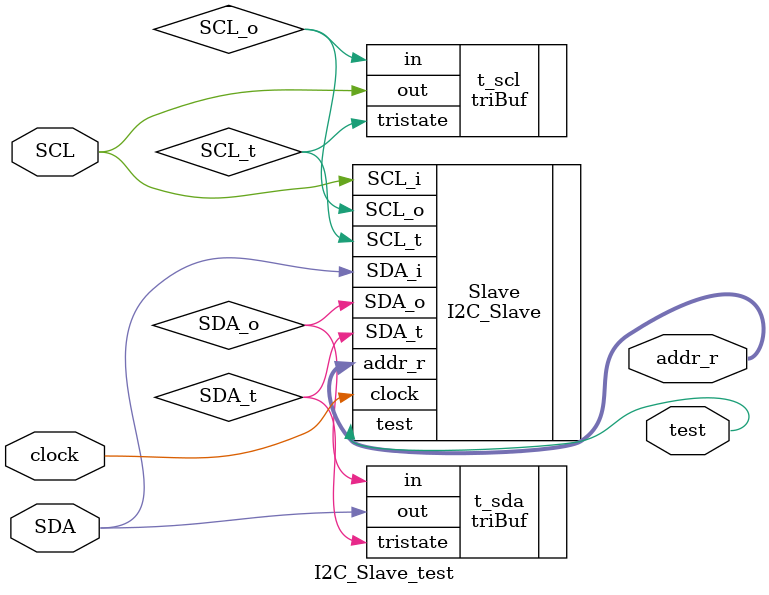
<source format=v>
`timescale 1ns / 1ps


module I2C_Slave_test(
    input clock,
    inout SDA,
    inout SCL,
    output [7:0] addr_r,
    output test
    );


wire SDA_t;
wire SDA_o;
wire SCL_t;
wire SCL_o;

I2C_Slave Slave(
    .clock(clock),
    .SDA_i(SDA),
    .SDA_t(SDA_t),
    .SDA_o(SDA_o),
    .SCL_i(SCL),
    .SCL_t(SCL_t),
    .SCL_o(SCL_o),
    .addr_r(addr_r),
    .test(test)
    );
  
triBuf t_sda(
    .in(SDA_o),
    .tristate(SDA_t),
    .out(SDA)
    );
  
triBuf t_scl(
    .in(SCL_o),
    .tristate(SCL_t),
    .out(SCL)
    );
endmodule

</source>
